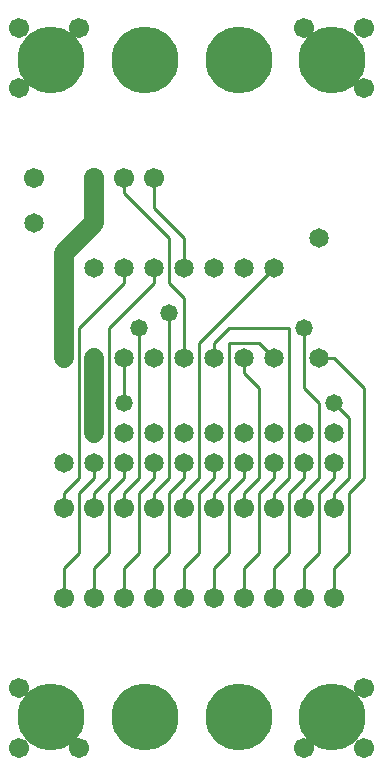
<source format=gtl>
%MOIN*%
%FSLAX25Y25*%
G04 D10 used for Character Trace; *
G04     Circle (OD=.01000) (No hole)*
G04 D11 used for Power Trace; *
G04     Circle (OD=.06700) (No hole)*
G04 D12 used for Signal Trace; *
G04     Circle (OD=.01100) (No hole)*
G04 D13 used for Via; *
G04     Circle (OD=.05800) (Round. Hole ID=.02800)*
G04 D14 used for Component hole; *
G04     Circle (OD=.06500) (Round. Hole ID=.03500)*
G04 D15 used for Component hole; *
G04     Circle (OD=.06700) (Round. Hole ID=.04300)*
G04 D16 used for Component hole; *
G04     Circle (OD=.08100) (Round. Hole ID=.05100)*
G04 D17 used for Component hole; *
G04     Circle (OD=.08900) (Round. Hole ID=.05900)*
G04 D18 used for Component hole; *
G04     Circle (OD=.11300) (Round. Hole ID=.08300)*
G04 D19 used for Component hole; *
G04     Circle (OD=.16000) (Round. Hole ID=.13000)*
G04 D20 used for Component hole; *
G04     Circle (OD=.18300) (Round. Hole ID=.15300)*
G04 D21 used for Component hole; *
G04     Circle (OD=.22291) (Round. Hole ID=.19291)*
%ADD10C,.01000*%
%ADD11C,.06700*%
%ADD12C,.01100*%
%ADD13C,.05800*%
%ADD14C,.06500*%
%ADD15C,.06700*%
%ADD16C,.08100*%
%ADD17C,.08900*%
%ADD18C,.11300*%
%ADD19C,.16000*%
%ADD20C,.18300*%
%ADD21C,.22291*%
%IPPOS*%
%LPD*%
G90*X0Y0D02*D15*X5000Y5000D03*D21*X15625Y15625D03*
D15*X5000Y25000D03*X25000Y5000D03*D21*            
X46875Y15625D03*D15*X50000Y55000D03*D12*Y65000D01*
X55000Y70000D01*Y90000D01*X60000Y95000D01*        
Y100000D01*D14*D03*D12*Y90000D02*X65000Y95000D01* 
X60000Y85000D02*Y90000D01*D15*Y85000D03*D12*      
X65000Y70000D02*Y90000D01*X60000Y65000D02*        
X65000Y70000D01*X60000Y55000D02*Y65000D01*D15*    
Y55000D03*D12*X70000D02*Y65000D01*D15*Y55000D03*  
D12*X80000D02*Y65000D01*D15*Y55000D03*D12*        
X90000D02*Y65000D01*D15*Y55000D03*D12*X100000D02* 
Y65000D01*D15*Y55000D03*D12*X110000D02*Y65000D01* 
D15*Y55000D03*D12*X100000Y65000D02*               
X105000Y70000D01*Y90000D01*X110000Y95000D01*      
Y100000D01*D14*D03*D12*Y90000D02*X115000Y95000D01*
X110000Y85000D02*Y90000D01*D15*Y85000D03*D12*     
X115000Y70000D02*Y90000D01*X110000Y65000D02*      
X115000Y70000D01*X90000Y65000D02*X95000Y70000D01* 
Y90000D01*X100000Y95000D01*Y100000D01*D14*D03*D12*
Y90000D02*X105000Y95000D01*X100000Y85000D02*      
Y90000D01*D15*Y85000D03*D12*X85000Y90000D02*      
X90000Y95000D01*X85000Y70000D02*Y90000D01*        
X80000Y65000D02*X85000Y70000D01*X70000Y65000D02*  
X75000Y70000D01*Y90000D01*X80000Y95000D01*        
Y100000D01*D14*D03*D12*Y90000D02*X85000Y95000D01* 
X80000Y85000D02*Y90000D01*D15*Y85000D03*D12*      
X90000Y95000D02*Y100000D01*D14*D03*D12*Y90000D02* 
X95000Y95000D01*X90000Y85000D02*Y90000D01*D15*    
Y85000D03*D12*X95000Y95000D02*Y145000D01*         
X75000D01*X70000Y140000D01*Y135000D01*D14*D03*D12*
X75000Y95000D02*Y140000D01*X70000Y90000D02*       
X75000Y95000D01*X70000Y85000D02*Y90000D01*D15*    
Y85000D03*D12*X65000Y90000D02*X70000Y95000D01*    
Y100000D01*D14*D03*D12*X65000Y95000D02*Y140000D01*
X90000Y165000D01*D14*D03*X80000D03*               
X105000Y175000D03*X70000Y165000D03*D13*           
X100000Y145000D03*D12*Y125000D01*                 
X105000Y120000D01*Y95000D01*X115000Y90000D02*     
X120000Y95000D01*Y125000D01*X110000Y135000D01*    
X105000D01*D14*D03*X90000D03*D12*X85000Y140000D01*
X75000D01*D14*X80000Y135000D03*D12*Y130000D01*    
X85000Y125000D01*Y95000D01*D14*X100000Y110000D03* 
X70000D03*X90000D03*X80000D03*D13*                
X110000Y120000D03*D12*X115000Y115000D01*Y95000D01*
D14*X110000Y110000D03*X60000Y135000D03*D12*       
Y155000D01*X55000Y160000D01*Y175000D01*           
X40000Y190000D01*Y195000D01*D15*D03*D12*          
X60000Y175000D02*X50000Y185000D01*                
X60000Y165000D02*Y175000D01*D14*Y165000D03*       
X50000D03*D12*Y160000D01*X35000Y145000D01*        
Y95000D01*X30000Y90000D01*Y85000D01*D15*D03*D12*  
X35000Y70000D02*Y90000D01*X30000Y65000D02*        
X35000Y70000D01*X30000Y55000D02*Y65000D01*D15*    
Y55000D03*D12*X40000D02*Y65000D01*D15*Y55000D03*  
D12*Y65000D02*X45000Y70000D01*Y90000D01*          
X50000Y95000D01*Y100000D01*D14*D03*D12*Y90000D02* 
X55000Y95000D01*X50000Y85000D02*Y90000D01*D15*    
Y85000D03*D12*X35000Y90000D02*X40000Y95000D01*D15*
Y85000D03*D12*Y90000D01*X45000Y95000D01*          
Y145000D01*D13*D03*D14*X40000Y135000D03*D12*      
Y120000D01*D13*D03*D14*X50000Y110000D03*X30000D03*
D11*Y135000D01*D14*D03*D13*X20000D03*D11*         
Y170000D01*X30000Y180000D01*D14*D03*D11*          
Y195000D01*D15*D03*D12*X50000Y185000D02*          
Y195000D01*D15*D03*D14*X30000Y165000D03*X40000D03*
D12*Y160000D01*X25000Y145000D01*Y95000D01*        
X20000Y90000D01*Y85000D01*D15*D03*D12*            
X25000Y70000D02*Y90000D01*X20000Y65000D02*        
X25000Y70000D01*X20000Y55000D02*Y65000D01*D15*    
Y55000D03*D12*X25000Y90000D02*X30000Y95000D01*    
Y100000D01*D14*D03*X40000Y110000D03*D12*Y95000D02*
Y100000D01*D14*D03*D12*X55000Y95000D02*Y150000D01*
D13*D03*D14*X50000Y135000D03*X60000Y110000D03*D15*
X10000Y195000D03*D14*Y180000D03*X20000Y100000D03* 
D15*X120000Y225000D03*X5000D03*D21*               
X109375Y234375D03*X78125D03*X46875D03*X15625D03*  
D15*X120000Y245000D03*X100000D03*X25000D03*       
X5000D03*X120000Y25000D03*D21*X78125Y15625D03*    
X109375D03*D15*X100000Y5000D03*X120000D03*M02*    

</source>
